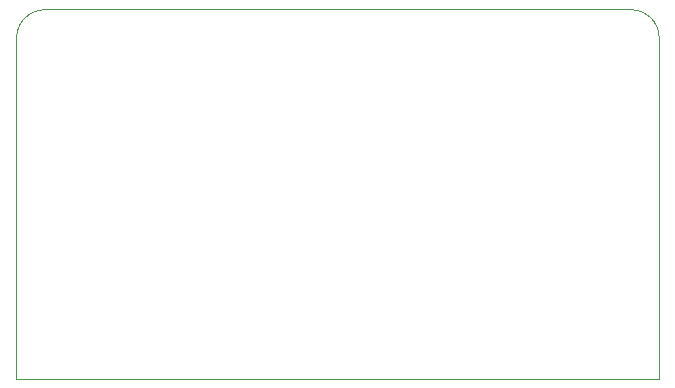
<source format=gko>
%FSLAX46Y46*%
%MOMM*%
%LPD*%
G01*
%ADD10C,0.050000*%
D10*
%LPD*%
%ADD11C,0.0305514*%
D11*
X0057880196Y0003051525D02*
G01*
X0003492497Y0003051525D01*
X0003492497Y0031936942D01*
X0003492497Y0031936942D01*
X0003492626Y0031967588D01*
X0003494173Y0032028572D01*
X0003497246Y0032089171D01*
X0003501829Y0032149367D01*
X0003507902Y0032209141D01*
X0003515448Y0032268473D01*
X0003524446Y0032327345D01*
X0003534879Y0032385738D01*
X0003546729Y0032443634D01*
X0003559976Y0032501013D01*
X0003574602Y0032557857D01*
X0003590588Y0032614147D01*
X0003607917Y0032669864D01*
X0003626568Y0032724989D01*
X0003646525Y0032779503D01*
X0003667767Y0032833388D01*
X0003690278Y0032886626D01*
X0003714037Y0032939196D01*
X0003739027Y0032991080D01*
X0003765228Y0033042259D01*
X0003792623Y0033092716D01*
X0003821193Y0033142429D01*
X0003850919Y0033191382D01*
X0003881782Y0033239555D01*
X0003913765Y0033286930D01*
X0003946848Y0033333487D01*
X0003981013Y0033379207D01*
X0004016241Y0033424072D01*
X0004052514Y0033468064D01*
X0004089813Y0033511163D01*
X0004128120Y0033553350D01*
X0004167415Y0033594607D01*
X0004207682Y0033634914D01*
X0004248900Y0033674254D01*
X0004291051Y0033712606D01*
X0004334117Y0033749954D01*
X0004378080Y0033786276D01*
X0004422920Y0033821556D01*
X0004468619Y0033855773D01*
X0004515158Y0033888909D01*
X0004562520Y0033920946D01*
X0004610684Y0033951865D01*
X0004659634Y0033981645D01*
X0004709350Y0034010270D01*
X0004759813Y0034037720D01*
X0004811005Y0034063976D01*
X0004862908Y0034089020D01*
X0004915503Y0034112832D01*
X0004968771Y0034135394D01*
X0005022693Y0034156687D01*
X0005077252Y0034176692D01*
X0005132429Y0034195390D01*
X0005188205Y0034212763D01*
X0005244561Y0034228792D01*
X0005301479Y0034243457D01*
X0005358940Y0034256741D01*
X0005416926Y0034268624D01*
X0005475418Y0034279087D01*
X0005534398Y0034288113D01*
X0005593847Y0034295681D01*
X0005653746Y0034301773D01*
X0005714078Y0034306370D01*
X0005774822Y0034309453D01*
X0005835962Y0034311005D01*
X0005866689Y0034311135D01*
X0055502476Y0034311135D01*
X0055502476Y0034311135D01*
X0055533121Y0034311005D01*
X0055594106Y0034309459D01*
X0055654705Y0034306385D01*
X0055714901Y0034301802D01*
X0055774674Y0034295729D01*
X0055834007Y0034288184D01*
X0055892879Y0034279185D01*
X0055951272Y0034268752D01*
X0056009168Y0034256903D01*
X0056066547Y0034243656D01*
X0056123391Y0034229030D01*
X0056179680Y0034213043D01*
X0056235397Y0034195715D01*
X0056290522Y0034177063D01*
X0056345037Y0034157107D01*
X0056398922Y0034135864D01*
X0056452159Y0034113354D01*
X0056504729Y0034089595D01*
X0056556613Y0034064605D01*
X0056607793Y0034038403D01*
X0056658249Y0034011008D01*
X0056707963Y0033982439D01*
X0056756916Y0033952713D01*
X0056805089Y0033921849D01*
X0056852463Y0033889867D01*
X0056899020Y0033856784D01*
X0056944741Y0033822619D01*
X0056989606Y0033787391D01*
X0057033597Y0033751118D01*
X0057076696Y0033713819D01*
X0057118883Y0033675512D01*
X0057160140Y0033636216D01*
X0057200448Y0033595950D01*
X0057239787Y0033554732D01*
X0057278140Y0033512580D01*
X0057315487Y0033469514D01*
X0057351810Y0033425552D01*
X0057387089Y0033380712D01*
X0057421307Y0033335013D01*
X0057454443Y0033288473D01*
X0057486480Y0033241112D01*
X0057517398Y0033192947D01*
X0057547179Y0033143998D01*
X0057575804Y0033094282D01*
X0057603254Y0033043819D01*
X0057629510Y0032992626D01*
X0057654553Y0032940723D01*
X0057678365Y0032888129D01*
X0057700927Y0032834861D01*
X0057722220Y0032780938D01*
X0057742225Y0032726379D01*
X0057760924Y0032671202D01*
X0057778297Y0032615427D01*
X0057794325Y0032559071D01*
X0057808991Y0032502153D01*
X0057822275Y0032444691D01*
X0057834158Y0032386705D01*
X0057844621Y0032328213D01*
X0057853646Y0032269233D01*
X0057861214Y0032209784D01*
X0057867306Y0032149885D01*
X0057871903Y0032089554D01*
X0057874987Y0032028809D01*
X0057876538Y0031967670D01*
X0057876668Y0031936942D01*
X0057876668Y0003051525D01*
X0057880196Y0003051525D01*
M02*

</source>
